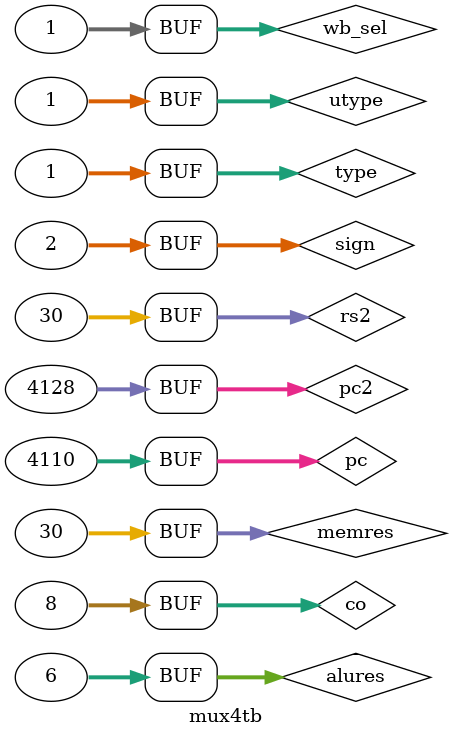
<source format=v>
module mux4tb;

reg [31:0] pc, type, sign, utype, rs2, co, wb_sel, pc2, alures, memres;
reg op2;
wire [31:0] res;

mux4 mux4test(pc, type, sign, utype, rs2, op2, co, wb_sel, pc2, alures, memres, res);

initial begin
	$monitor($time, ": pc = %d, type = %d, sign = %d, utype = %d, rs2 = %d, Op2Sel = %d, co = %d, wb_sel = %d, pc2 = %d, alures = %d, memres = %d, result = %d", pc, type, sign, utype, rs2, op2, co, wb_sel, pc2, alures, memres, res);
	pc = 32'h00001000;
	type = 10'd10;
	sign = 5'd5;
	utype = 2'd3;
	rs2 = 32'd21;
	co = 32'd4;
	wb_sel = 0;
	pc2 = 32'h00001004;
	alures = 4'd8;
	memres = 7'd9;

	#10;

	pc = 32'h0000100e;
	type = 10'd1;
	sign = 5'd2;
	utype = 2'd1;
	rs2 = 32'd30;
	co = 32'd8;
	wb_sel = 1;
	pc2 = 32'h00001020;
	alures = 4'd6;
	memres = 7'd30;
end

endmodule
</source>
